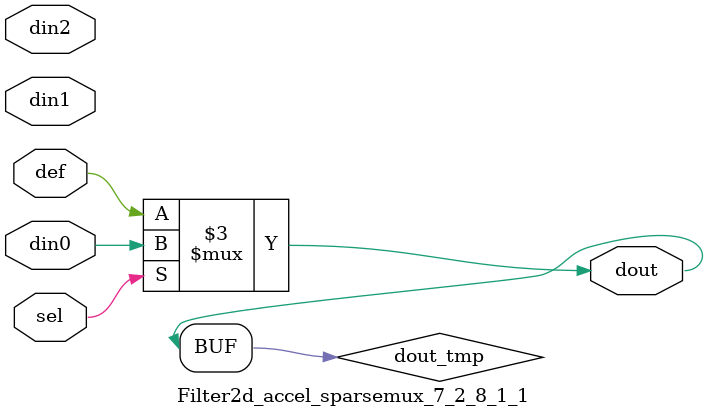
<source format=v>
`timescale 1ns / 1ps

module Filter2d_accel_sparsemux_7_2_8_1_1 (din0,din1,din2,def,sel,dout);

parameter din0_WIDTH = 1;

parameter din1_WIDTH = 1;

parameter din2_WIDTH = 1;

parameter def_WIDTH = 1;
parameter sel_WIDTH = 1;
parameter dout_WIDTH = 1;

parameter [sel_WIDTH-1:0] CASE0 = 1;

parameter [sel_WIDTH-1:0] CASE1 = 1;

parameter [sel_WIDTH-1:0] CASE2 = 1;

parameter ID = 1;
parameter NUM_STAGE = 1;



input [din0_WIDTH-1:0] din0;

input [din1_WIDTH-1:0] din1;

input [din2_WIDTH-1:0] din2;

input [def_WIDTH-1:0] def;
input [sel_WIDTH-1:0] sel;

output [dout_WIDTH-1:0] dout;



reg [dout_WIDTH-1:0] dout_tmp;

always @ (*) begin
case (sel)
    
    CASE0 : dout_tmp = din0;
    
    CASE1 : dout_tmp = din1;
    
    CASE2 : dout_tmp = din2;
    
    default : dout_tmp = def;
endcase
end


assign dout = dout_tmp;



endmodule

</source>
